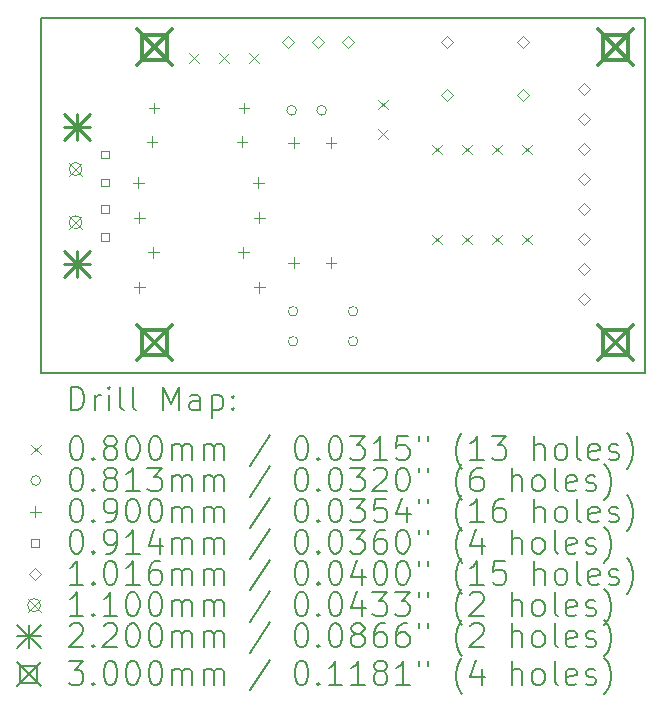
<source format=gbr>
%FSLAX45Y45*%
G04 Gerber Fmt 4.5, Leading zero omitted, Abs format (unit mm)*
G04 Created by KiCad (PCBNEW 5.99.0-unknown-d4461f6c5~91~ubuntu20.04.1) date 2020-09-15 15:23:29*
%MOMM*%
%LPD*%
G01*
G04 APERTURE LIST*
%TA.AperFunction,Profile*%
%ADD10C,0.150000*%
%TD*%
%ADD11C,0.200000*%
%ADD12C,0.080000*%
%ADD13C,0.081280*%
%ADD14C,0.090000*%
%ADD15C,0.091440*%
%ADD16C,0.101600*%
%ADD17C,0.110000*%
%ADD18C,0.220000*%
%ADD19C,0.300000*%
G04 APERTURE END LIST*
D10*
X17403485Y-12001860D02*
X17403485Y-8998860D01*
X12296735Y-8998860D02*
X12296735Y-12001860D01*
X17403485Y-8998860D02*
X12296735Y-8998860D01*
X12296735Y-12001860D02*
X17403485Y-12001860D01*
D11*
D12*
X15149200Y-9688200D02*
X15229200Y-9768200D01*
X15229200Y-9688200D02*
X15149200Y-9768200D01*
X15149200Y-9938200D02*
X15229200Y-10018200D01*
X15229200Y-9938200D02*
X15149200Y-10018200D01*
X15606400Y-10069200D02*
X15686400Y-10149200D01*
X15686400Y-10069200D02*
X15606400Y-10149200D01*
X15606400Y-10831200D02*
X15686400Y-10911200D01*
X15686400Y-10831200D02*
X15606400Y-10911200D01*
X15860400Y-10069200D02*
X15940400Y-10149200D01*
X15940400Y-10069200D02*
X15860400Y-10149200D01*
X15860400Y-10831200D02*
X15940400Y-10911200D01*
X15940400Y-10831200D02*
X15860400Y-10911200D01*
X16114400Y-10069200D02*
X16194400Y-10149200D01*
X16194400Y-10069200D02*
X16114400Y-10149200D01*
X16114400Y-10831200D02*
X16194400Y-10911200D01*
X16194400Y-10831200D02*
X16114400Y-10911200D01*
X16368400Y-10069200D02*
X16448400Y-10149200D01*
X16448400Y-10069200D02*
X16368400Y-10149200D01*
X16368400Y-10831200D02*
X16448400Y-10911200D01*
X16448400Y-10831200D02*
X16368400Y-10911200D01*
X13549000Y-9294500D02*
X13629000Y-9374500D01*
X13629000Y-9294500D02*
X13549000Y-9374500D01*
X13803000Y-9294500D02*
X13883000Y-9374500D01*
X13883000Y-9294500D02*
X13803000Y-9374500D01*
X14057000Y-9294500D02*
X14137000Y-9374500D01*
X14137000Y-9294500D02*
X14057000Y-9374500D01*
D13*
X14975840Y-11480800D02*
G75*
G03*
X14975840Y-11480800I-40640J0D01*
G01*
X14975840Y-11734800D02*
G75*
G03*
X14975840Y-11734800I-40640J0D01*
G01*
X14455140Y-9779000D02*
G75*
G03*
X14455140Y-9779000I-40640J0D01*
G01*
X14709140Y-9779000D02*
G75*
G03*
X14709140Y-9779000I-40640J0D01*
G01*
X14467840Y-11480800D02*
G75*
G03*
X14467840Y-11480800I-40640J0D01*
G01*
X14467840Y-11734800D02*
G75*
G03*
X14467840Y-11734800I-40640J0D01*
G01*
D14*
X13124485Y-11232600D02*
X13124485Y-11322600D01*
X13079485Y-11277600D02*
X13169485Y-11277600D01*
X14140485Y-11232600D02*
X14140485Y-11322600D01*
X14095485Y-11277600D02*
X14185485Y-11277600D01*
X13124485Y-10644310D02*
X13124485Y-10734310D01*
X13079485Y-10689310D02*
X13169485Y-10689310D01*
X14140485Y-10644310D02*
X14140485Y-10734310D01*
X14095485Y-10689310D02*
X14185485Y-10689310D01*
X14432085Y-10009310D02*
X14432085Y-10099310D01*
X14387085Y-10054310D02*
X14477085Y-10054310D01*
X14432085Y-11025310D02*
X14432085Y-11115310D01*
X14387085Y-11070310D02*
X14477085Y-11070310D01*
X13233685Y-10000210D02*
X13233685Y-10090210D01*
X13188685Y-10045210D02*
X13278685Y-10045210D01*
X13995685Y-10000210D02*
X13995685Y-10090210D01*
X13950685Y-10045210D02*
X14040685Y-10045210D01*
X13118235Y-10347810D02*
X13118235Y-10437810D01*
X13073235Y-10392810D02*
X13163235Y-10392810D01*
X14134235Y-10347810D02*
X14134235Y-10437810D01*
X14089235Y-10392810D02*
X14179235Y-10392810D01*
X13250645Y-9716050D02*
X13250645Y-9806050D01*
X13205645Y-9761050D02*
X13295645Y-9761050D01*
X14012645Y-9716050D02*
X14012645Y-9806050D01*
X13967645Y-9761050D02*
X14057645Y-9761050D01*
X13243585Y-10936410D02*
X13243585Y-11026410D01*
X13198585Y-10981410D02*
X13288585Y-10981410D01*
X14005585Y-10936410D02*
X14005585Y-11026410D01*
X13960585Y-10981410D02*
X14050585Y-10981410D01*
X14748585Y-10009310D02*
X14748585Y-10099310D01*
X14703585Y-10054310D02*
X14793585Y-10054310D01*
X14748585Y-11025310D02*
X14748585Y-11115310D01*
X14703585Y-11070310D02*
X14793585Y-11070310D01*
D15*
X12867564Y-10184189D02*
X12867564Y-10119531D01*
X12802906Y-10119531D01*
X12802906Y-10184189D01*
X12867564Y-10184189D01*
X12867564Y-10421489D02*
X12867564Y-10356831D01*
X12802906Y-10356831D01*
X12802906Y-10421489D01*
X12867564Y-10421489D01*
X12867564Y-10646889D02*
X12867564Y-10582231D01*
X12802906Y-10582231D01*
X12802906Y-10646889D01*
X12867564Y-10646889D01*
X12867564Y-10884189D02*
X12867564Y-10819531D01*
X12802906Y-10819531D01*
X12802906Y-10884189D01*
X12867564Y-10884189D01*
D16*
X14381235Y-9248410D02*
X14432035Y-9197610D01*
X14381235Y-9146810D01*
X14330435Y-9197610D01*
X14381235Y-9248410D01*
X14635235Y-9248410D02*
X14686035Y-9197610D01*
X14635235Y-9146810D01*
X14584435Y-9197610D01*
X14635235Y-9248410D01*
X14889235Y-9248410D02*
X14940035Y-9197610D01*
X14889235Y-9146810D01*
X14838435Y-9197610D01*
X14889235Y-9248410D01*
X16887985Y-9648910D02*
X16938785Y-9598110D01*
X16887985Y-9547310D01*
X16837185Y-9598110D01*
X16887985Y-9648910D01*
X16887985Y-9902910D02*
X16938785Y-9852110D01*
X16887985Y-9801310D01*
X16837185Y-9852110D01*
X16887985Y-9902910D01*
X16887985Y-10156910D02*
X16938785Y-10106110D01*
X16887985Y-10055310D01*
X16837185Y-10106110D01*
X16887985Y-10156910D01*
X16887985Y-10410910D02*
X16938785Y-10360110D01*
X16887985Y-10309310D01*
X16837185Y-10360110D01*
X16887985Y-10410910D01*
X16887985Y-10664910D02*
X16938785Y-10614110D01*
X16887985Y-10563310D01*
X16837185Y-10614110D01*
X16887985Y-10664910D01*
X16887985Y-10918910D02*
X16938785Y-10868110D01*
X16887985Y-10817310D01*
X16837185Y-10868110D01*
X16887985Y-10918910D01*
X16887985Y-11172910D02*
X16938785Y-11122110D01*
X16887985Y-11071310D01*
X16837185Y-11122110D01*
X16887985Y-11172910D01*
X16887985Y-11426910D02*
X16938785Y-11376110D01*
X16887985Y-11325310D01*
X16837185Y-11376110D01*
X16887985Y-11426910D01*
X15727680Y-9248140D02*
X15778480Y-9197340D01*
X15727680Y-9146540D01*
X15676880Y-9197340D01*
X15727680Y-9248140D01*
X15727680Y-9700260D02*
X15778480Y-9649460D01*
X15727680Y-9598660D01*
X15676880Y-9649460D01*
X15727680Y-9700260D01*
X16377920Y-9248140D02*
X16428720Y-9197340D01*
X16377920Y-9146540D01*
X16327120Y-9197340D01*
X16377920Y-9248140D01*
X16377920Y-9700260D02*
X16428720Y-9649460D01*
X16377920Y-9598660D01*
X16327120Y-9649460D01*
X16377920Y-9700260D01*
D17*
X12530235Y-10221860D02*
X12640235Y-10331860D01*
X12640235Y-10221860D02*
X12530235Y-10331860D01*
X12640235Y-10276860D02*
G75*
G03*
X12640235Y-10276860I-55000J0D01*
G01*
X12530235Y-10671860D02*
X12640235Y-10781860D01*
X12640235Y-10671860D02*
X12530235Y-10781860D01*
X12640235Y-10726860D02*
G75*
G03*
X12640235Y-10726860I-55000J0D01*
G01*
D18*
X12485235Y-9811860D02*
X12705235Y-10031860D01*
X12705235Y-9811860D02*
X12485235Y-10031860D01*
X12595235Y-9811860D02*
X12595235Y-10031860D01*
X12485235Y-9921860D02*
X12705235Y-9921860D01*
X12485235Y-10971860D02*
X12705235Y-11191860D01*
X12705235Y-10971860D02*
X12485235Y-11191860D01*
X12595235Y-10971860D02*
X12595235Y-11191860D01*
X12485235Y-11081860D02*
X12705235Y-11081860D01*
D19*
X17006235Y-9093610D02*
X17306235Y-9393610D01*
X17306235Y-9093610D02*
X17006235Y-9393610D01*
X17262302Y-9349677D02*
X17262302Y-9137543D01*
X17050168Y-9137543D01*
X17050168Y-9349677D01*
X17262302Y-9349677D01*
X17006235Y-11593610D02*
X17306235Y-11893610D01*
X17306235Y-11593610D02*
X17006235Y-11893610D01*
X17262302Y-11849677D02*
X17262302Y-11637543D01*
X17050168Y-11637543D01*
X17050168Y-11849677D01*
X17262302Y-11849677D01*
X13106235Y-11593610D02*
X13406235Y-11893610D01*
X13406235Y-11593610D02*
X13106235Y-11893610D01*
X13362302Y-11849677D02*
X13362302Y-11637543D01*
X13150168Y-11637543D01*
X13150168Y-11849677D01*
X13362302Y-11849677D01*
X13106235Y-9093610D02*
X13406235Y-9393610D01*
X13406235Y-9093610D02*
X13106235Y-9393610D01*
X13362302Y-9349677D02*
X13362302Y-9137543D01*
X13150168Y-9137543D01*
X13150168Y-9349677D01*
X13362302Y-9349677D01*
D11*
X12546854Y-12319836D02*
X12546854Y-12119836D01*
X12594473Y-12119836D01*
X12623044Y-12129360D01*
X12642092Y-12148408D01*
X12651616Y-12167455D01*
X12661140Y-12205550D01*
X12661140Y-12234122D01*
X12651616Y-12272217D01*
X12642092Y-12291265D01*
X12623044Y-12310312D01*
X12594473Y-12319836D01*
X12546854Y-12319836D01*
X12746854Y-12319836D02*
X12746854Y-12186503D01*
X12746854Y-12224598D02*
X12756378Y-12205550D01*
X12765901Y-12196027D01*
X12784949Y-12186503D01*
X12803997Y-12186503D01*
X12870663Y-12319836D02*
X12870663Y-12186503D01*
X12870663Y-12119836D02*
X12861140Y-12129360D01*
X12870663Y-12138884D01*
X12880187Y-12129360D01*
X12870663Y-12119836D01*
X12870663Y-12138884D01*
X12994473Y-12319836D02*
X12975425Y-12310312D01*
X12965901Y-12291265D01*
X12965901Y-12119836D01*
X13099235Y-12319836D02*
X13080187Y-12310312D01*
X13070663Y-12291265D01*
X13070663Y-12119836D01*
X13327806Y-12319836D02*
X13327806Y-12119836D01*
X13394473Y-12262693D01*
X13461140Y-12119836D01*
X13461140Y-12319836D01*
X13642092Y-12319836D02*
X13642092Y-12215074D01*
X13632568Y-12196027D01*
X13613521Y-12186503D01*
X13575425Y-12186503D01*
X13556378Y-12196027D01*
X13642092Y-12310312D02*
X13623044Y-12319836D01*
X13575425Y-12319836D01*
X13556378Y-12310312D01*
X13546854Y-12291265D01*
X13546854Y-12272217D01*
X13556378Y-12253170D01*
X13575425Y-12243646D01*
X13623044Y-12243646D01*
X13642092Y-12234122D01*
X13737330Y-12186503D02*
X13737330Y-12386503D01*
X13737330Y-12196027D02*
X13756378Y-12186503D01*
X13794473Y-12186503D01*
X13813521Y-12196027D01*
X13823044Y-12205550D01*
X13832568Y-12224598D01*
X13832568Y-12281741D01*
X13823044Y-12300789D01*
X13813521Y-12310312D01*
X13794473Y-12319836D01*
X13756378Y-12319836D01*
X13737330Y-12310312D01*
X13918282Y-12300789D02*
X13927806Y-12310312D01*
X13918282Y-12319836D01*
X13908759Y-12310312D01*
X13918282Y-12300789D01*
X13918282Y-12319836D01*
X13918282Y-12196027D02*
X13927806Y-12205550D01*
X13918282Y-12215074D01*
X13908759Y-12205550D01*
X13918282Y-12196027D01*
X13918282Y-12215074D01*
D12*
X12209235Y-12609360D02*
X12289235Y-12689360D01*
X12289235Y-12609360D02*
X12209235Y-12689360D01*
D11*
X12584949Y-12539836D02*
X12603997Y-12539836D01*
X12623044Y-12549360D01*
X12632568Y-12558884D01*
X12642092Y-12577931D01*
X12651616Y-12616027D01*
X12651616Y-12663646D01*
X12642092Y-12701741D01*
X12632568Y-12720789D01*
X12623044Y-12730312D01*
X12603997Y-12739836D01*
X12584949Y-12739836D01*
X12565901Y-12730312D01*
X12556378Y-12720789D01*
X12546854Y-12701741D01*
X12537330Y-12663646D01*
X12537330Y-12616027D01*
X12546854Y-12577931D01*
X12556378Y-12558884D01*
X12565901Y-12549360D01*
X12584949Y-12539836D01*
X12737330Y-12720789D02*
X12746854Y-12730312D01*
X12737330Y-12739836D01*
X12727806Y-12730312D01*
X12737330Y-12720789D01*
X12737330Y-12739836D01*
X12861140Y-12625550D02*
X12842092Y-12616027D01*
X12832568Y-12606503D01*
X12823044Y-12587455D01*
X12823044Y-12577931D01*
X12832568Y-12558884D01*
X12842092Y-12549360D01*
X12861140Y-12539836D01*
X12899235Y-12539836D01*
X12918282Y-12549360D01*
X12927806Y-12558884D01*
X12937330Y-12577931D01*
X12937330Y-12587455D01*
X12927806Y-12606503D01*
X12918282Y-12616027D01*
X12899235Y-12625550D01*
X12861140Y-12625550D01*
X12842092Y-12635074D01*
X12832568Y-12644598D01*
X12823044Y-12663646D01*
X12823044Y-12701741D01*
X12832568Y-12720789D01*
X12842092Y-12730312D01*
X12861140Y-12739836D01*
X12899235Y-12739836D01*
X12918282Y-12730312D01*
X12927806Y-12720789D01*
X12937330Y-12701741D01*
X12937330Y-12663646D01*
X12927806Y-12644598D01*
X12918282Y-12635074D01*
X12899235Y-12625550D01*
X13061140Y-12539836D02*
X13080187Y-12539836D01*
X13099235Y-12549360D01*
X13108759Y-12558884D01*
X13118282Y-12577931D01*
X13127806Y-12616027D01*
X13127806Y-12663646D01*
X13118282Y-12701741D01*
X13108759Y-12720789D01*
X13099235Y-12730312D01*
X13080187Y-12739836D01*
X13061140Y-12739836D01*
X13042092Y-12730312D01*
X13032568Y-12720789D01*
X13023044Y-12701741D01*
X13013521Y-12663646D01*
X13013521Y-12616027D01*
X13023044Y-12577931D01*
X13032568Y-12558884D01*
X13042092Y-12549360D01*
X13061140Y-12539836D01*
X13251616Y-12539836D02*
X13270663Y-12539836D01*
X13289711Y-12549360D01*
X13299235Y-12558884D01*
X13308759Y-12577931D01*
X13318282Y-12616027D01*
X13318282Y-12663646D01*
X13308759Y-12701741D01*
X13299235Y-12720789D01*
X13289711Y-12730312D01*
X13270663Y-12739836D01*
X13251616Y-12739836D01*
X13232568Y-12730312D01*
X13223044Y-12720789D01*
X13213521Y-12701741D01*
X13203997Y-12663646D01*
X13203997Y-12616027D01*
X13213521Y-12577931D01*
X13223044Y-12558884D01*
X13232568Y-12549360D01*
X13251616Y-12539836D01*
X13403997Y-12739836D02*
X13403997Y-12606503D01*
X13403997Y-12625550D02*
X13413521Y-12616027D01*
X13432568Y-12606503D01*
X13461140Y-12606503D01*
X13480187Y-12616027D01*
X13489711Y-12635074D01*
X13489711Y-12739836D01*
X13489711Y-12635074D02*
X13499235Y-12616027D01*
X13518282Y-12606503D01*
X13546854Y-12606503D01*
X13565901Y-12616027D01*
X13575425Y-12635074D01*
X13575425Y-12739836D01*
X13670663Y-12739836D02*
X13670663Y-12606503D01*
X13670663Y-12625550D02*
X13680187Y-12616027D01*
X13699235Y-12606503D01*
X13727806Y-12606503D01*
X13746854Y-12616027D01*
X13756378Y-12635074D01*
X13756378Y-12739836D01*
X13756378Y-12635074D02*
X13765901Y-12616027D01*
X13784949Y-12606503D01*
X13813521Y-12606503D01*
X13832568Y-12616027D01*
X13842092Y-12635074D01*
X13842092Y-12739836D01*
X14232568Y-12530312D02*
X14061140Y-12787455D01*
X14489711Y-12539836D02*
X14508759Y-12539836D01*
X14527806Y-12549360D01*
X14537330Y-12558884D01*
X14546854Y-12577931D01*
X14556378Y-12616027D01*
X14556378Y-12663646D01*
X14546854Y-12701741D01*
X14537330Y-12720789D01*
X14527806Y-12730312D01*
X14508759Y-12739836D01*
X14489711Y-12739836D01*
X14470663Y-12730312D01*
X14461140Y-12720789D01*
X14451616Y-12701741D01*
X14442092Y-12663646D01*
X14442092Y-12616027D01*
X14451616Y-12577931D01*
X14461140Y-12558884D01*
X14470663Y-12549360D01*
X14489711Y-12539836D01*
X14642092Y-12720789D02*
X14651616Y-12730312D01*
X14642092Y-12739836D01*
X14632568Y-12730312D01*
X14642092Y-12720789D01*
X14642092Y-12739836D01*
X14775425Y-12539836D02*
X14794473Y-12539836D01*
X14813521Y-12549360D01*
X14823044Y-12558884D01*
X14832568Y-12577931D01*
X14842092Y-12616027D01*
X14842092Y-12663646D01*
X14832568Y-12701741D01*
X14823044Y-12720789D01*
X14813521Y-12730312D01*
X14794473Y-12739836D01*
X14775425Y-12739836D01*
X14756378Y-12730312D01*
X14746854Y-12720789D01*
X14737330Y-12701741D01*
X14727806Y-12663646D01*
X14727806Y-12616027D01*
X14737330Y-12577931D01*
X14746854Y-12558884D01*
X14756378Y-12549360D01*
X14775425Y-12539836D01*
X14908759Y-12539836D02*
X15032568Y-12539836D01*
X14965901Y-12616027D01*
X14994473Y-12616027D01*
X15013521Y-12625550D01*
X15023044Y-12635074D01*
X15032568Y-12654122D01*
X15032568Y-12701741D01*
X15023044Y-12720789D01*
X15013521Y-12730312D01*
X14994473Y-12739836D01*
X14937330Y-12739836D01*
X14918282Y-12730312D01*
X14908759Y-12720789D01*
X15223044Y-12739836D02*
X15108759Y-12739836D01*
X15165901Y-12739836D02*
X15165901Y-12539836D01*
X15146854Y-12568408D01*
X15127806Y-12587455D01*
X15108759Y-12596979D01*
X15403997Y-12539836D02*
X15308759Y-12539836D01*
X15299235Y-12635074D01*
X15308759Y-12625550D01*
X15327806Y-12616027D01*
X15375425Y-12616027D01*
X15394473Y-12625550D01*
X15403997Y-12635074D01*
X15413521Y-12654122D01*
X15413521Y-12701741D01*
X15403997Y-12720789D01*
X15394473Y-12730312D01*
X15375425Y-12739836D01*
X15327806Y-12739836D01*
X15308759Y-12730312D01*
X15299235Y-12720789D01*
X15489711Y-12539836D02*
X15489711Y-12577931D01*
X15565901Y-12539836D02*
X15565901Y-12577931D01*
X15861140Y-12816027D02*
X15851616Y-12806503D01*
X15832568Y-12777931D01*
X15823044Y-12758884D01*
X15813521Y-12730312D01*
X15803997Y-12682693D01*
X15803997Y-12644598D01*
X15813521Y-12596979D01*
X15823044Y-12568408D01*
X15832568Y-12549360D01*
X15851616Y-12520789D01*
X15861140Y-12511265D01*
X16042092Y-12739836D02*
X15927806Y-12739836D01*
X15984949Y-12739836D02*
X15984949Y-12539836D01*
X15965901Y-12568408D01*
X15946854Y-12587455D01*
X15927806Y-12596979D01*
X16108759Y-12539836D02*
X16232568Y-12539836D01*
X16165901Y-12616027D01*
X16194473Y-12616027D01*
X16213521Y-12625550D01*
X16223044Y-12635074D01*
X16232568Y-12654122D01*
X16232568Y-12701741D01*
X16223044Y-12720789D01*
X16213521Y-12730312D01*
X16194473Y-12739836D01*
X16137330Y-12739836D01*
X16118282Y-12730312D01*
X16108759Y-12720789D01*
X16470663Y-12739836D02*
X16470663Y-12539836D01*
X16556378Y-12739836D02*
X16556378Y-12635074D01*
X16546854Y-12616027D01*
X16527806Y-12606503D01*
X16499235Y-12606503D01*
X16480187Y-12616027D01*
X16470663Y-12625550D01*
X16680187Y-12739836D02*
X16661140Y-12730312D01*
X16651616Y-12720789D01*
X16642092Y-12701741D01*
X16642092Y-12644598D01*
X16651616Y-12625550D01*
X16661140Y-12616027D01*
X16680187Y-12606503D01*
X16708759Y-12606503D01*
X16727806Y-12616027D01*
X16737330Y-12625550D01*
X16746854Y-12644598D01*
X16746854Y-12701741D01*
X16737330Y-12720789D01*
X16727806Y-12730312D01*
X16708759Y-12739836D01*
X16680187Y-12739836D01*
X16861140Y-12739836D02*
X16842092Y-12730312D01*
X16832568Y-12711265D01*
X16832568Y-12539836D01*
X17013521Y-12730312D02*
X16994473Y-12739836D01*
X16956378Y-12739836D01*
X16937330Y-12730312D01*
X16927806Y-12711265D01*
X16927806Y-12635074D01*
X16937330Y-12616027D01*
X16956378Y-12606503D01*
X16994473Y-12606503D01*
X17013521Y-12616027D01*
X17023044Y-12635074D01*
X17023044Y-12654122D01*
X16927806Y-12673170D01*
X17099235Y-12730312D02*
X17118283Y-12739836D01*
X17156378Y-12739836D01*
X17175425Y-12730312D01*
X17184949Y-12711265D01*
X17184949Y-12701741D01*
X17175425Y-12682693D01*
X17156378Y-12673170D01*
X17127806Y-12673170D01*
X17108759Y-12663646D01*
X17099235Y-12644598D01*
X17099235Y-12635074D01*
X17108759Y-12616027D01*
X17127806Y-12606503D01*
X17156378Y-12606503D01*
X17175425Y-12616027D01*
X17251616Y-12816027D02*
X17261140Y-12806503D01*
X17280187Y-12777931D01*
X17289711Y-12758884D01*
X17299235Y-12730312D01*
X17308759Y-12682693D01*
X17308759Y-12644598D01*
X17299235Y-12596979D01*
X17289711Y-12568408D01*
X17280187Y-12549360D01*
X17261140Y-12520789D01*
X17251616Y-12511265D01*
D13*
X12289235Y-12913360D02*
G75*
G03*
X12289235Y-12913360I-40640J0D01*
G01*
D11*
X12584949Y-12803836D02*
X12603997Y-12803836D01*
X12623044Y-12813360D01*
X12632568Y-12822884D01*
X12642092Y-12841931D01*
X12651616Y-12880027D01*
X12651616Y-12927646D01*
X12642092Y-12965741D01*
X12632568Y-12984789D01*
X12623044Y-12994312D01*
X12603997Y-13003836D01*
X12584949Y-13003836D01*
X12565901Y-12994312D01*
X12556378Y-12984789D01*
X12546854Y-12965741D01*
X12537330Y-12927646D01*
X12537330Y-12880027D01*
X12546854Y-12841931D01*
X12556378Y-12822884D01*
X12565901Y-12813360D01*
X12584949Y-12803836D01*
X12737330Y-12984789D02*
X12746854Y-12994312D01*
X12737330Y-13003836D01*
X12727806Y-12994312D01*
X12737330Y-12984789D01*
X12737330Y-13003836D01*
X12861140Y-12889550D02*
X12842092Y-12880027D01*
X12832568Y-12870503D01*
X12823044Y-12851455D01*
X12823044Y-12841931D01*
X12832568Y-12822884D01*
X12842092Y-12813360D01*
X12861140Y-12803836D01*
X12899235Y-12803836D01*
X12918282Y-12813360D01*
X12927806Y-12822884D01*
X12937330Y-12841931D01*
X12937330Y-12851455D01*
X12927806Y-12870503D01*
X12918282Y-12880027D01*
X12899235Y-12889550D01*
X12861140Y-12889550D01*
X12842092Y-12899074D01*
X12832568Y-12908598D01*
X12823044Y-12927646D01*
X12823044Y-12965741D01*
X12832568Y-12984789D01*
X12842092Y-12994312D01*
X12861140Y-13003836D01*
X12899235Y-13003836D01*
X12918282Y-12994312D01*
X12927806Y-12984789D01*
X12937330Y-12965741D01*
X12937330Y-12927646D01*
X12927806Y-12908598D01*
X12918282Y-12899074D01*
X12899235Y-12889550D01*
X13127806Y-13003836D02*
X13013521Y-13003836D01*
X13070663Y-13003836D02*
X13070663Y-12803836D01*
X13051616Y-12832408D01*
X13032568Y-12851455D01*
X13013521Y-12860979D01*
X13194473Y-12803836D02*
X13318282Y-12803836D01*
X13251616Y-12880027D01*
X13280187Y-12880027D01*
X13299235Y-12889550D01*
X13308759Y-12899074D01*
X13318282Y-12918122D01*
X13318282Y-12965741D01*
X13308759Y-12984789D01*
X13299235Y-12994312D01*
X13280187Y-13003836D01*
X13223044Y-13003836D01*
X13203997Y-12994312D01*
X13194473Y-12984789D01*
X13403997Y-13003836D02*
X13403997Y-12870503D01*
X13403997Y-12889550D02*
X13413521Y-12880027D01*
X13432568Y-12870503D01*
X13461140Y-12870503D01*
X13480187Y-12880027D01*
X13489711Y-12899074D01*
X13489711Y-13003836D01*
X13489711Y-12899074D02*
X13499235Y-12880027D01*
X13518282Y-12870503D01*
X13546854Y-12870503D01*
X13565901Y-12880027D01*
X13575425Y-12899074D01*
X13575425Y-13003836D01*
X13670663Y-13003836D02*
X13670663Y-12870503D01*
X13670663Y-12889550D02*
X13680187Y-12880027D01*
X13699235Y-12870503D01*
X13727806Y-12870503D01*
X13746854Y-12880027D01*
X13756378Y-12899074D01*
X13756378Y-13003836D01*
X13756378Y-12899074D02*
X13765901Y-12880027D01*
X13784949Y-12870503D01*
X13813521Y-12870503D01*
X13832568Y-12880027D01*
X13842092Y-12899074D01*
X13842092Y-13003836D01*
X14232568Y-12794312D02*
X14061140Y-13051455D01*
X14489711Y-12803836D02*
X14508759Y-12803836D01*
X14527806Y-12813360D01*
X14537330Y-12822884D01*
X14546854Y-12841931D01*
X14556378Y-12880027D01*
X14556378Y-12927646D01*
X14546854Y-12965741D01*
X14537330Y-12984789D01*
X14527806Y-12994312D01*
X14508759Y-13003836D01*
X14489711Y-13003836D01*
X14470663Y-12994312D01*
X14461140Y-12984789D01*
X14451616Y-12965741D01*
X14442092Y-12927646D01*
X14442092Y-12880027D01*
X14451616Y-12841931D01*
X14461140Y-12822884D01*
X14470663Y-12813360D01*
X14489711Y-12803836D01*
X14642092Y-12984789D02*
X14651616Y-12994312D01*
X14642092Y-13003836D01*
X14632568Y-12994312D01*
X14642092Y-12984789D01*
X14642092Y-13003836D01*
X14775425Y-12803836D02*
X14794473Y-12803836D01*
X14813521Y-12813360D01*
X14823044Y-12822884D01*
X14832568Y-12841931D01*
X14842092Y-12880027D01*
X14842092Y-12927646D01*
X14832568Y-12965741D01*
X14823044Y-12984789D01*
X14813521Y-12994312D01*
X14794473Y-13003836D01*
X14775425Y-13003836D01*
X14756378Y-12994312D01*
X14746854Y-12984789D01*
X14737330Y-12965741D01*
X14727806Y-12927646D01*
X14727806Y-12880027D01*
X14737330Y-12841931D01*
X14746854Y-12822884D01*
X14756378Y-12813360D01*
X14775425Y-12803836D01*
X14908759Y-12803836D02*
X15032568Y-12803836D01*
X14965901Y-12880027D01*
X14994473Y-12880027D01*
X15013521Y-12889550D01*
X15023044Y-12899074D01*
X15032568Y-12918122D01*
X15032568Y-12965741D01*
X15023044Y-12984789D01*
X15013521Y-12994312D01*
X14994473Y-13003836D01*
X14937330Y-13003836D01*
X14918282Y-12994312D01*
X14908759Y-12984789D01*
X15108759Y-12822884D02*
X15118282Y-12813360D01*
X15137330Y-12803836D01*
X15184949Y-12803836D01*
X15203997Y-12813360D01*
X15213521Y-12822884D01*
X15223044Y-12841931D01*
X15223044Y-12860979D01*
X15213521Y-12889550D01*
X15099235Y-13003836D01*
X15223044Y-13003836D01*
X15346854Y-12803836D02*
X15365901Y-12803836D01*
X15384949Y-12813360D01*
X15394473Y-12822884D01*
X15403997Y-12841931D01*
X15413521Y-12880027D01*
X15413521Y-12927646D01*
X15403997Y-12965741D01*
X15394473Y-12984789D01*
X15384949Y-12994312D01*
X15365901Y-13003836D01*
X15346854Y-13003836D01*
X15327806Y-12994312D01*
X15318282Y-12984789D01*
X15308759Y-12965741D01*
X15299235Y-12927646D01*
X15299235Y-12880027D01*
X15308759Y-12841931D01*
X15318282Y-12822884D01*
X15327806Y-12813360D01*
X15346854Y-12803836D01*
X15489711Y-12803836D02*
X15489711Y-12841931D01*
X15565901Y-12803836D02*
X15565901Y-12841931D01*
X15861140Y-13080027D02*
X15851616Y-13070503D01*
X15832568Y-13041931D01*
X15823044Y-13022884D01*
X15813521Y-12994312D01*
X15803997Y-12946693D01*
X15803997Y-12908598D01*
X15813521Y-12860979D01*
X15823044Y-12832408D01*
X15832568Y-12813360D01*
X15851616Y-12784789D01*
X15861140Y-12775265D01*
X16023044Y-12803836D02*
X15984949Y-12803836D01*
X15965901Y-12813360D01*
X15956378Y-12822884D01*
X15937330Y-12851455D01*
X15927806Y-12889550D01*
X15927806Y-12965741D01*
X15937330Y-12984789D01*
X15946854Y-12994312D01*
X15965901Y-13003836D01*
X16003997Y-13003836D01*
X16023044Y-12994312D01*
X16032568Y-12984789D01*
X16042092Y-12965741D01*
X16042092Y-12918122D01*
X16032568Y-12899074D01*
X16023044Y-12889550D01*
X16003997Y-12880027D01*
X15965901Y-12880027D01*
X15946854Y-12889550D01*
X15937330Y-12899074D01*
X15927806Y-12918122D01*
X16280187Y-13003836D02*
X16280187Y-12803836D01*
X16365901Y-13003836D02*
X16365901Y-12899074D01*
X16356378Y-12880027D01*
X16337330Y-12870503D01*
X16308759Y-12870503D01*
X16289711Y-12880027D01*
X16280187Y-12889550D01*
X16489711Y-13003836D02*
X16470663Y-12994312D01*
X16461140Y-12984789D01*
X16451616Y-12965741D01*
X16451616Y-12908598D01*
X16461140Y-12889550D01*
X16470663Y-12880027D01*
X16489711Y-12870503D01*
X16518282Y-12870503D01*
X16537330Y-12880027D01*
X16546854Y-12889550D01*
X16556378Y-12908598D01*
X16556378Y-12965741D01*
X16546854Y-12984789D01*
X16537330Y-12994312D01*
X16518282Y-13003836D01*
X16489711Y-13003836D01*
X16670663Y-13003836D02*
X16651616Y-12994312D01*
X16642092Y-12975265D01*
X16642092Y-12803836D01*
X16823044Y-12994312D02*
X16803997Y-13003836D01*
X16765901Y-13003836D01*
X16746854Y-12994312D01*
X16737330Y-12975265D01*
X16737330Y-12899074D01*
X16746854Y-12880027D01*
X16765901Y-12870503D01*
X16803997Y-12870503D01*
X16823044Y-12880027D01*
X16832568Y-12899074D01*
X16832568Y-12918122D01*
X16737330Y-12937170D01*
X16908759Y-12994312D02*
X16927806Y-13003836D01*
X16965902Y-13003836D01*
X16984949Y-12994312D01*
X16994473Y-12975265D01*
X16994473Y-12965741D01*
X16984949Y-12946693D01*
X16965902Y-12937170D01*
X16937330Y-12937170D01*
X16918283Y-12927646D01*
X16908759Y-12908598D01*
X16908759Y-12899074D01*
X16918283Y-12880027D01*
X16937330Y-12870503D01*
X16965902Y-12870503D01*
X16984949Y-12880027D01*
X17061140Y-13080027D02*
X17070663Y-13070503D01*
X17089711Y-13041931D01*
X17099235Y-13022884D01*
X17108759Y-12994312D01*
X17118283Y-12946693D01*
X17118283Y-12908598D01*
X17108759Y-12860979D01*
X17099235Y-12832408D01*
X17089711Y-12813360D01*
X17070663Y-12784789D01*
X17061140Y-12775265D01*
D14*
X12244235Y-13132360D02*
X12244235Y-13222360D01*
X12199235Y-13177360D02*
X12289235Y-13177360D01*
D11*
X12584949Y-13067836D02*
X12603997Y-13067836D01*
X12623044Y-13077360D01*
X12632568Y-13086884D01*
X12642092Y-13105931D01*
X12651616Y-13144027D01*
X12651616Y-13191646D01*
X12642092Y-13229741D01*
X12632568Y-13248789D01*
X12623044Y-13258312D01*
X12603997Y-13267836D01*
X12584949Y-13267836D01*
X12565901Y-13258312D01*
X12556378Y-13248789D01*
X12546854Y-13229741D01*
X12537330Y-13191646D01*
X12537330Y-13144027D01*
X12546854Y-13105931D01*
X12556378Y-13086884D01*
X12565901Y-13077360D01*
X12584949Y-13067836D01*
X12737330Y-13248789D02*
X12746854Y-13258312D01*
X12737330Y-13267836D01*
X12727806Y-13258312D01*
X12737330Y-13248789D01*
X12737330Y-13267836D01*
X12842092Y-13267836D02*
X12880187Y-13267836D01*
X12899235Y-13258312D01*
X12908759Y-13248789D01*
X12927806Y-13220217D01*
X12937330Y-13182122D01*
X12937330Y-13105931D01*
X12927806Y-13086884D01*
X12918282Y-13077360D01*
X12899235Y-13067836D01*
X12861140Y-13067836D01*
X12842092Y-13077360D01*
X12832568Y-13086884D01*
X12823044Y-13105931D01*
X12823044Y-13153550D01*
X12832568Y-13172598D01*
X12842092Y-13182122D01*
X12861140Y-13191646D01*
X12899235Y-13191646D01*
X12918282Y-13182122D01*
X12927806Y-13172598D01*
X12937330Y-13153550D01*
X13061140Y-13067836D02*
X13080187Y-13067836D01*
X13099235Y-13077360D01*
X13108759Y-13086884D01*
X13118282Y-13105931D01*
X13127806Y-13144027D01*
X13127806Y-13191646D01*
X13118282Y-13229741D01*
X13108759Y-13248789D01*
X13099235Y-13258312D01*
X13080187Y-13267836D01*
X13061140Y-13267836D01*
X13042092Y-13258312D01*
X13032568Y-13248789D01*
X13023044Y-13229741D01*
X13013521Y-13191646D01*
X13013521Y-13144027D01*
X13023044Y-13105931D01*
X13032568Y-13086884D01*
X13042092Y-13077360D01*
X13061140Y-13067836D01*
X13251616Y-13067836D02*
X13270663Y-13067836D01*
X13289711Y-13077360D01*
X13299235Y-13086884D01*
X13308759Y-13105931D01*
X13318282Y-13144027D01*
X13318282Y-13191646D01*
X13308759Y-13229741D01*
X13299235Y-13248789D01*
X13289711Y-13258312D01*
X13270663Y-13267836D01*
X13251616Y-13267836D01*
X13232568Y-13258312D01*
X13223044Y-13248789D01*
X13213521Y-13229741D01*
X13203997Y-13191646D01*
X13203997Y-13144027D01*
X13213521Y-13105931D01*
X13223044Y-13086884D01*
X13232568Y-13077360D01*
X13251616Y-13067836D01*
X13403997Y-13267836D02*
X13403997Y-13134503D01*
X13403997Y-13153550D02*
X13413521Y-13144027D01*
X13432568Y-13134503D01*
X13461140Y-13134503D01*
X13480187Y-13144027D01*
X13489711Y-13163074D01*
X13489711Y-13267836D01*
X13489711Y-13163074D02*
X13499235Y-13144027D01*
X13518282Y-13134503D01*
X13546854Y-13134503D01*
X13565901Y-13144027D01*
X13575425Y-13163074D01*
X13575425Y-13267836D01*
X13670663Y-13267836D02*
X13670663Y-13134503D01*
X13670663Y-13153550D02*
X13680187Y-13144027D01*
X13699235Y-13134503D01*
X13727806Y-13134503D01*
X13746854Y-13144027D01*
X13756378Y-13163074D01*
X13756378Y-13267836D01*
X13756378Y-13163074D02*
X13765901Y-13144027D01*
X13784949Y-13134503D01*
X13813521Y-13134503D01*
X13832568Y-13144027D01*
X13842092Y-13163074D01*
X13842092Y-13267836D01*
X14232568Y-13058312D02*
X14061140Y-13315455D01*
X14489711Y-13067836D02*
X14508759Y-13067836D01*
X14527806Y-13077360D01*
X14537330Y-13086884D01*
X14546854Y-13105931D01*
X14556378Y-13144027D01*
X14556378Y-13191646D01*
X14546854Y-13229741D01*
X14537330Y-13248789D01*
X14527806Y-13258312D01*
X14508759Y-13267836D01*
X14489711Y-13267836D01*
X14470663Y-13258312D01*
X14461140Y-13248789D01*
X14451616Y-13229741D01*
X14442092Y-13191646D01*
X14442092Y-13144027D01*
X14451616Y-13105931D01*
X14461140Y-13086884D01*
X14470663Y-13077360D01*
X14489711Y-13067836D01*
X14642092Y-13248789D02*
X14651616Y-13258312D01*
X14642092Y-13267836D01*
X14632568Y-13258312D01*
X14642092Y-13248789D01*
X14642092Y-13267836D01*
X14775425Y-13067836D02*
X14794473Y-13067836D01*
X14813521Y-13077360D01*
X14823044Y-13086884D01*
X14832568Y-13105931D01*
X14842092Y-13144027D01*
X14842092Y-13191646D01*
X14832568Y-13229741D01*
X14823044Y-13248789D01*
X14813521Y-13258312D01*
X14794473Y-13267836D01*
X14775425Y-13267836D01*
X14756378Y-13258312D01*
X14746854Y-13248789D01*
X14737330Y-13229741D01*
X14727806Y-13191646D01*
X14727806Y-13144027D01*
X14737330Y-13105931D01*
X14746854Y-13086884D01*
X14756378Y-13077360D01*
X14775425Y-13067836D01*
X14908759Y-13067836D02*
X15032568Y-13067836D01*
X14965901Y-13144027D01*
X14994473Y-13144027D01*
X15013521Y-13153550D01*
X15023044Y-13163074D01*
X15032568Y-13182122D01*
X15032568Y-13229741D01*
X15023044Y-13248789D01*
X15013521Y-13258312D01*
X14994473Y-13267836D01*
X14937330Y-13267836D01*
X14918282Y-13258312D01*
X14908759Y-13248789D01*
X15213521Y-13067836D02*
X15118282Y-13067836D01*
X15108759Y-13163074D01*
X15118282Y-13153550D01*
X15137330Y-13144027D01*
X15184949Y-13144027D01*
X15203997Y-13153550D01*
X15213521Y-13163074D01*
X15223044Y-13182122D01*
X15223044Y-13229741D01*
X15213521Y-13248789D01*
X15203997Y-13258312D01*
X15184949Y-13267836D01*
X15137330Y-13267836D01*
X15118282Y-13258312D01*
X15108759Y-13248789D01*
X15394473Y-13134503D02*
X15394473Y-13267836D01*
X15346854Y-13058312D02*
X15299235Y-13201170D01*
X15423044Y-13201170D01*
X15489711Y-13067836D02*
X15489711Y-13105931D01*
X15565901Y-13067836D02*
X15565901Y-13105931D01*
X15861140Y-13344027D02*
X15851616Y-13334503D01*
X15832568Y-13305931D01*
X15823044Y-13286884D01*
X15813521Y-13258312D01*
X15803997Y-13210693D01*
X15803997Y-13172598D01*
X15813521Y-13124979D01*
X15823044Y-13096408D01*
X15832568Y-13077360D01*
X15851616Y-13048789D01*
X15861140Y-13039265D01*
X16042092Y-13267836D02*
X15927806Y-13267836D01*
X15984949Y-13267836D02*
X15984949Y-13067836D01*
X15965901Y-13096408D01*
X15946854Y-13115455D01*
X15927806Y-13124979D01*
X16213521Y-13067836D02*
X16175425Y-13067836D01*
X16156378Y-13077360D01*
X16146854Y-13086884D01*
X16127806Y-13115455D01*
X16118282Y-13153550D01*
X16118282Y-13229741D01*
X16127806Y-13248789D01*
X16137330Y-13258312D01*
X16156378Y-13267836D01*
X16194473Y-13267836D01*
X16213521Y-13258312D01*
X16223044Y-13248789D01*
X16232568Y-13229741D01*
X16232568Y-13182122D01*
X16223044Y-13163074D01*
X16213521Y-13153550D01*
X16194473Y-13144027D01*
X16156378Y-13144027D01*
X16137330Y-13153550D01*
X16127806Y-13163074D01*
X16118282Y-13182122D01*
X16470663Y-13267836D02*
X16470663Y-13067836D01*
X16556378Y-13267836D02*
X16556378Y-13163074D01*
X16546854Y-13144027D01*
X16527806Y-13134503D01*
X16499235Y-13134503D01*
X16480187Y-13144027D01*
X16470663Y-13153550D01*
X16680187Y-13267836D02*
X16661140Y-13258312D01*
X16651616Y-13248789D01*
X16642092Y-13229741D01*
X16642092Y-13172598D01*
X16651616Y-13153550D01*
X16661140Y-13144027D01*
X16680187Y-13134503D01*
X16708759Y-13134503D01*
X16727806Y-13144027D01*
X16737330Y-13153550D01*
X16746854Y-13172598D01*
X16746854Y-13229741D01*
X16737330Y-13248789D01*
X16727806Y-13258312D01*
X16708759Y-13267836D01*
X16680187Y-13267836D01*
X16861140Y-13267836D02*
X16842092Y-13258312D01*
X16832568Y-13239265D01*
X16832568Y-13067836D01*
X17013521Y-13258312D02*
X16994473Y-13267836D01*
X16956378Y-13267836D01*
X16937330Y-13258312D01*
X16927806Y-13239265D01*
X16927806Y-13163074D01*
X16937330Y-13144027D01*
X16956378Y-13134503D01*
X16994473Y-13134503D01*
X17013521Y-13144027D01*
X17023044Y-13163074D01*
X17023044Y-13182122D01*
X16927806Y-13201170D01*
X17099235Y-13258312D02*
X17118283Y-13267836D01*
X17156378Y-13267836D01*
X17175425Y-13258312D01*
X17184949Y-13239265D01*
X17184949Y-13229741D01*
X17175425Y-13210693D01*
X17156378Y-13201170D01*
X17127806Y-13201170D01*
X17108759Y-13191646D01*
X17099235Y-13172598D01*
X17099235Y-13163074D01*
X17108759Y-13144027D01*
X17127806Y-13134503D01*
X17156378Y-13134503D01*
X17175425Y-13144027D01*
X17251616Y-13344027D02*
X17261140Y-13334503D01*
X17280187Y-13305931D01*
X17289711Y-13286884D01*
X17299235Y-13258312D01*
X17308759Y-13210693D01*
X17308759Y-13172598D01*
X17299235Y-13124979D01*
X17289711Y-13096408D01*
X17280187Y-13077360D01*
X17261140Y-13048789D01*
X17251616Y-13039265D01*
D15*
X12275844Y-13473689D02*
X12275844Y-13409031D01*
X12211186Y-13409031D01*
X12211186Y-13473689D01*
X12275844Y-13473689D01*
D11*
X12584949Y-13331836D02*
X12603997Y-13331836D01*
X12623044Y-13341360D01*
X12632568Y-13350884D01*
X12642092Y-13369931D01*
X12651616Y-13408027D01*
X12651616Y-13455646D01*
X12642092Y-13493741D01*
X12632568Y-13512789D01*
X12623044Y-13522312D01*
X12603997Y-13531836D01*
X12584949Y-13531836D01*
X12565901Y-13522312D01*
X12556378Y-13512789D01*
X12546854Y-13493741D01*
X12537330Y-13455646D01*
X12537330Y-13408027D01*
X12546854Y-13369931D01*
X12556378Y-13350884D01*
X12565901Y-13341360D01*
X12584949Y-13331836D01*
X12737330Y-13512789D02*
X12746854Y-13522312D01*
X12737330Y-13531836D01*
X12727806Y-13522312D01*
X12737330Y-13512789D01*
X12737330Y-13531836D01*
X12842092Y-13531836D02*
X12880187Y-13531836D01*
X12899235Y-13522312D01*
X12908759Y-13512789D01*
X12927806Y-13484217D01*
X12937330Y-13446122D01*
X12937330Y-13369931D01*
X12927806Y-13350884D01*
X12918282Y-13341360D01*
X12899235Y-13331836D01*
X12861140Y-13331836D01*
X12842092Y-13341360D01*
X12832568Y-13350884D01*
X12823044Y-13369931D01*
X12823044Y-13417550D01*
X12832568Y-13436598D01*
X12842092Y-13446122D01*
X12861140Y-13455646D01*
X12899235Y-13455646D01*
X12918282Y-13446122D01*
X12927806Y-13436598D01*
X12937330Y-13417550D01*
X13127806Y-13531836D02*
X13013521Y-13531836D01*
X13070663Y-13531836D02*
X13070663Y-13331836D01*
X13051616Y-13360408D01*
X13032568Y-13379455D01*
X13013521Y-13388979D01*
X13299235Y-13398503D02*
X13299235Y-13531836D01*
X13251616Y-13322312D02*
X13203997Y-13465170D01*
X13327806Y-13465170D01*
X13403997Y-13531836D02*
X13403997Y-13398503D01*
X13403997Y-13417550D02*
X13413521Y-13408027D01*
X13432568Y-13398503D01*
X13461140Y-13398503D01*
X13480187Y-13408027D01*
X13489711Y-13427074D01*
X13489711Y-13531836D01*
X13489711Y-13427074D02*
X13499235Y-13408027D01*
X13518282Y-13398503D01*
X13546854Y-13398503D01*
X13565901Y-13408027D01*
X13575425Y-13427074D01*
X13575425Y-13531836D01*
X13670663Y-13531836D02*
X13670663Y-13398503D01*
X13670663Y-13417550D02*
X13680187Y-13408027D01*
X13699235Y-13398503D01*
X13727806Y-13398503D01*
X13746854Y-13408027D01*
X13756378Y-13427074D01*
X13756378Y-13531836D01*
X13756378Y-13427074D02*
X13765901Y-13408027D01*
X13784949Y-13398503D01*
X13813521Y-13398503D01*
X13832568Y-13408027D01*
X13842092Y-13427074D01*
X13842092Y-13531836D01*
X14232568Y-13322312D02*
X14061140Y-13579455D01*
X14489711Y-13331836D02*
X14508759Y-13331836D01*
X14527806Y-13341360D01*
X14537330Y-13350884D01*
X14546854Y-13369931D01*
X14556378Y-13408027D01*
X14556378Y-13455646D01*
X14546854Y-13493741D01*
X14537330Y-13512789D01*
X14527806Y-13522312D01*
X14508759Y-13531836D01*
X14489711Y-13531836D01*
X14470663Y-13522312D01*
X14461140Y-13512789D01*
X14451616Y-13493741D01*
X14442092Y-13455646D01*
X14442092Y-13408027D01*
X14451616Y-13369931D01*
X14461140Y-13350884D01*
X14470663Y-13341360D01*
X14489711Y-13331836D01*
X14642092Y-13512789D02*
X14651616Y-13522312D01*
X14642092Y-13531836D01*
X14632568Y-13522312D01*
X14642092Y-13512789D01*
X14642092Y-13531836D01*
X14775425Y-13331836D02*
X14794473Y-13331836D01*
X14813521Y-13341360D01*
X14823044Y-13350884D01*
X14832568Y-13369931D01*
X14842092Y-13408027D01*
X14842092Y-13455646D01*
X14832568Y-13493741D01*
X14823044Y-13512789D01*
X14813521Y-13522312D01*
X14794473Y-13531836D01*
X14775425Y-13531836D01*
X14756378Y-13522312D01*
X14746854Y-13512789D01*
X14737330Y-13493741D01*
X14727806Y-13455646D01*
X14727806Y-13408027D01*
X14737330Y-13369931D01*
X14746854Y-13350884D01*
X14756378Y-13341360D01*
X14775425Y-13331836D01*
X14908759Y-13331836D02*
X15032568Y-13331836D01*
X14965901Y-13408027D01*
X14994473Y-13408027D01*
X15013521Y-13417550D01*
X15023044Y-13427074D01*
X15032568Y-13446122D01*
X15032568Y-13493741D01*
X15023044Y-13512789D01*
X15013521Y-13522312D01*
X14994473Y-13531836D01*
X14937330Y-13531836D01*
X14918282Y-13522312D01*
X14908759Y-13512789D01*
X15203997Y-13331836D02*
X15165901Y-13331836D01*
X15146854Y-13341360D01*
X15137330Y-13350884D01*
X15118282Y-13379455D01*
X15108759Y-13417550D01*
X15108759Y-13493741D01*
X15118282Y-13512789D01*
X15127806Y-13522312D01*
X15146854Y-13531836D01*
X15184949Y-13531836D01*
X15203997Y-13522312D01*
X15213521Y-13512789D01*
X15223044Y-13493741D01*
X15223044Y-13446122D01*
X15213521Y-13427074D01*
X15203997Y-13417550D01*
X15184949Y-13408027D01*
X15146854Y-13408027D01*
X15127806Y-13417550D01*
X15118282Y-13427074D01*
X15108759Y-13446122D01*
X15346854Y-13331836D02*
X15365901Y-13331836D01*
X15384949Y-13341360D01*
X15394473Y-13350884D01*
X15403997Y-13369931D01*
X15413521Y-13408027D01*
X15413521Y-13455646D01*
X15403997Y-13493741D01*
X15394473Y-13512789D01*
X15384949Y-13522312D01*
X15365901Y-13531836D01*
X15346854Y-13531836D01*
X15327806Y-13522312D01*
X15318282Y-13512789D01*
X15308759Y-13493741D01*
X15299235Y-13455646D01*
X15299235Y-13408027D01*
X15308759Y-13369931D01*
X15318282Y-13350884D01*
X15327806Y-13341360D01*
X15346854Y-13331836D01*
X15489711Y-13331836D02*
X15489711Y-13369931D01*
X15565901Y-13331836D02*
X15565901Y-13369931D01*
X15861140Y-13608027D02*
X15851616Y-13598503D01*
X15832568Y-13569931D01*
X15823044Y-13550884D01*
X15813521Y-13522312D01*
X15803997Y-13474693D01*
X15803997Y-13436598D01*
X15813521Y-13388979D01*
X15823044Y-13360408D01*
X15832568Y-13341360D01*
X15851616Y-13312789D01*
X15861140Y-13303265D01*
X16023044Y-13398503D02*
X16023044Y-13531836D01*
X15975425Y-13322312D02*
X15927806Y-13465170D01*
X16051616Y-13465170D01*
X16280187Y-13531836D02*
X16280187Y-13331836D01*
X16365901Y-13531836D02*
X16365901Y-13427074D01*
X16356378Y-13408027D01*
X16337330Y-13398503D01*
X16308759Y-13398503D01*
X16289711Y-13408027D01*
X16280187Y-13417550D01*
X16489711Y-13531836D02*
X16470663Y-13522312D01*
X16461140Y-13512789D01*
X16451616Y-13493741D01*
X16451616Y-13436598D01*
X16461140Y-13417550D01*
X16470663Y-13408027D01*
X16489711Y-13398503D01*
X16518282Y-13398503D01*
X16537330Y-13408027D01*
X16546854Y-13417550D01*
X16556378Y-13436598D01*
X16556378Y-13493741D01*
X16546854Y-13512789D01*
X16537330Y-13522312D01*
X16518282Y-13531836D01*
X16489711Y-13531836D01*
X16670663Y-13531836D02*
X16651616Y-13522312D01*
X16642092Y-13503265D01*
X16642092Y-13331836D01*
X16823044Y-13522312D02*
X16803997Y-13531836D01*
X16765901Y-13531836D01*
X16746854Y-13522312D01*
X16737330Y-13503265D01*
X16737330Y-13427074D01*
X16746854Y-13408027D01*
X16765901Y-13398503D01*
X16803997Y-13398503D01*
X16823044Y-13408027D01*
X16832568Y-13427074D01*
X16832568Y-13446122D01*
X16737330Y-13465170D01*
X16908759Y-13522312D02*
X16927806Y-13531836D01*
X16965902Y-13531836D01*
X16984949Y-13522312D01*
X16994473Y-13503265D01*
X16994473Y-13493741D01*
X16984949Y-13474693D01*
X16965902Y-13465170D01*
X16937330Y-13465170D01*
X16918283Y-13455646D01*
X16908759Y-13436598D01*
X16908759Y-13427074D01*
X16918283Y-13408027D01*
X16937330Y-13398503D01*
X16965902Y-13398503D01*
X16984949Y-13408027D01*
X17061140Y-13608027D02*
X17070663Y-13598503D01*
X17089711Y-13569931D01*
X17099235Y-13550884D01*
X17108759Y-13522312D01*
X17118283Y-13474693D01*
X17118283Y-13436598D01*
X17108759Y-13388979D01*
X17099235Y-13360408D01*
X17089711Y-13341360D01*
X17070663Y-13312789D01*
X17061140Y-13303265D01*
D16*
X12238435Y-13756160D02*
X12289235Y-13705360D01*
X12238435Y-13654560D01*
X12187635Y-13705360D01*
X12238435Y-13756160D01*
D11*
X12651616Y-13795836D02*
X12537330Y-13795836D01*
X12594473Y-13795836D02*
X12594473Y-13595836D01*
X12575425Y-13624408D01*
X12556378Y-13643455D01*
X12537330Y-13652979D01*
X12737330Y-13776789D02*
X12746854Y-13786312D01*
X12737330Y-13795836D01*
X12727806Y-13786312D01*
X12737330Y-13776789D01*
X12737330Y-13795836D01*
X12870663Y-13595836D02*
X12889711Y-13595836D01*
X12908759Y-13605360D01*
X12918282Y-13614884D01*
X12927806Y-13633931D01*
X12937330Y-13672027D01*
X12937330Y-13719646D01*
X12927806Y-13757741D01*
X12918282Y-13776789D01*
X12908759Y-13786312D01*
X12889711Y-13795836D01*
X12870663Y-13795836D01*
X12851616Y-13786312D01*
X12842092Y-13776789D01*
X12832568Y-13757741D01*
X12823044Y-13719646D01*
X12823044Y-13672027D01*
X12832568Y-13633931D01*
X12842092Y-13614884D01*
X12851616Y-13605360D01*
X12870663Y-13595836D01*
X13127806Y-13795836D02*
X13013521Y-13795836D01*
X13070663Y-13795836D02*
X13070663Y-13595836D01*
X13051616Y-13624408D01*
X13032568Y-13643455D01*
X13013521Y-13652979D01*
X13299235Y-13595836D02*
X13261140Y-13595836D01*
X13242092Y-13605360D01*
X13232568Y-13614884D01*
X13213521Y-13643455D01*
X13203997Y-13681550D01*
X13203997Y-13757741D01*
X13213521Y-13776789D01*
X13223044Y-13786312D01*
X13242092Y-13795836D01*
X13280187Y-13795836D01*
X13299235Y-13786312D01*
X13308759Y-13776789D01*
X13318282Y-13757741D01*
X13318282Y-13710122D01*
X13308759Y-13691074D01*
X13299235Y-13681550D01*
X13280187Y-13672027D01*
X13242092Y-13672027D01*
X13223044Y-13681550D01*
X13213521Y-13691074D01*
X13203997Y-13710122D01*
X13403997Y-13795836D02*
X13403997Y-13662503D01*
X13403997Y-13681550D02*
X13413521Y-13672027D01*
X13432568Y-13662503D01*
X13461140Y-13662503D01*
X13480187Y-13672027D01*
X13489711Y-13691074D01*
X13489711Y-13795836D01*
X13489711Y-13691074D02*
X13499235Y-13672027D01*
X13518282Y-13662503D01*
X13546854Y-13662503D01*
X13565901Y-13672027D01*
X13575425Y-13691074D01*
X13575425Y-13795836D01*
X13670663Y-13795836D02*
X13670663Y-13662503D01*
X13670663Y-13681550D02*
X13680187Y-13672027D01*
X13699235Y-13662503D01*
X13727806Y-13662503D01*
X13746854Y-13672027D01*
X13756378Y-13691074D01*
X13756378Y-13795836D01*
X13756378Y-13691074D02*
X13765901Y-13672027D01*
X13784949Y-13662503D01*
X13813521Y-13662503D01*
X13832568Y-13672027D01*
X13842092Y-13691074D01*
X13842092Y-13795836D01*
X14232568Y-13586312D02*
X14061140Y-13843455D01*
X14489711Y-13595836D02*
X14508759Y-13595836D01*
X14527806Y-13605360D01*
X14537330Y-13614884D01*
X14546854Y-13633931D01*
X14556378Y-13672027D01*
X14556378Y-13719646D01*
X14546854Y-13757741D01*
X14537330Y-13776789D01*
X14527806Y-13786312D01*
X14508759Y-13795836D01*
X14489711Y-13795836D01*
X14470663Y-13786312D01*
X14461140Y-13776789D01*
X14451616Y-13757741D01*
X14442092Y-13719646D01*
X14442092Y-13672027D01*
X14451616Y-13633931D01*
X14461140Y-13614884D01*
X14470663Y-13605360D01*
X14489711Y-13595836D01*
X14642092Y-13776789D02*
X14651616Y-13786312D01*
X14642092Y-13795836D01*
X14632568Y-13786312D01*
X14642092Y-13776789D01*
X14642092Y-13795836D01*
X14775425Y-13595836D02*
X14794473Y-13595836D01*
X14813521Y-13605360D01*
X14823044Y-13614884D01*
X14832568Y-13633931D01*
X14842092Y-13672027D01*
X14842092Y-13719646D01*
X14832568Y-13757741D01*
X14823044Y-13776789D01*
X14813521Y-13786312D01*
X14794473Y-13795836D01*
X14775425Y-13795836D01*
X14756378Y-13786312D01*
X14746854Y-13776789D01*
X14737330Y-13757741D01*
X14727806Y-13719646D01*
X14727806Y-13672027D01*
X14737330Y-13633931D01*
X14746854Y-13614884D01*
X14756378Y-13605360D01*
X14775425Y-13595836D01*
X15013521Y-13662503D02*
X15013521Y-13795836D01*
X14965901Y-13586312D02*
X14918282Y-13729170D01*
X15042092Y-13729170D01*
X15156378Y-13595836D02*
X15175425Y-13595836D01*
X15194473Y-13605360D01*
X15203997Y-13614884D01*
X15213521Y-13633931D01*
X15223044Y-13672027D01*
X15223044Y-13719646D01*
X15213521Y-13757741D01*
X15203997Y-13776789D01*
X15194473Y-13786312D01*
X15175425Y-13795836D01*
X15156378Y-13795836D01*
X15137330Y-13786312D01*
X15127806Y-13776789D01*
X15118282Y-13757741D01*
X15108759Y-13719646D01*
X15108759Y-13672027D01*
X15118282Y-13633931D01*
X15127806Y-13614884D01*
X15137330Y-13605360D01*
X15156378Y-13595836D01*
X15346854Y-13595836D02*
X15365901Y-13595836D01*
X15384949Y-13605360D01*
X15394473Y-13614884D01*
X15403997Y-13633931D01*
X15413521Y-13672027D01*
X15413521Y-13719646D01*
X15403997Y-13757741D01*
X15394473Y-13776789D01*
X15384949Y-13786312D01*
X15365901Y-13795836D01*
X15346854Y-13795836D01*
X15327806Y-13786312D01*
X15318282Y-13776789D01*
X15308759Y-13757741D01*
X15299235Y-13719646D01*
X15299235Y-13672027D01*
X15308759Y-13633931D01*
X15318282Y-13614884D01*
X15327806Y-13605360D01*
X15346854Y-13595836D01*
X15489711Y-13595836D02*
X15489711Y-13633931D01*
X15565901Y-13595836D02*
X15565901Y-13633931D01*
X15861140Y-13872027D02*
X15851616Y-13862503D01*
X15832568Y-13833931D01*
X15823044Y-13814884D01*
X15813521Y-13786312D01*
X15803997Y-13738693D01*
X15803997Y-13700598D01*
X15813521Y-13652979D01*
X15823044Y-13624408D01*
X15832568Y-13605360D01*
X15851616Y-13576789D01*
X15861140Y-13567265D01*
X16042092Y-13795836D02*
X15927806Y-13795836D01*
X15984949Y-13795836D02*
X15984949Y-13595836D01*
X15965901Y-13624408D01*
X15946854Y-13643455D01*
X15927806Y-13652979D01*
X16223044Y-13595836D02*
X16127806Y-13595836D01*
X16118282Y-13691074D01*
X16127806Y-13681550D01*
X16146854Y-13672027D01*
X16194473Y-13672027D01*
X16213521Y-13681550D01*
X16223044Y-13691074D01*
X16232568Y-13710122D01*
X16232568Y-13757741D01*
X16223044Y-13776789D01*
X16213521Y-13786312D01*
X16194473Y-13795836D01*
X16146854Y-13795836D01*
X16127806Y-13786312D01*
X16118282Y-13776789D01*
X16470663Y-13795836D02*
X16470663Y-13595836D01*
X16556378Y-13795836D02*
X16556378Y-13691074D01*
X16546854Y-13672027D01*
X16527806Y-13662503D01*
X16499235Y-13662503D01*
X16480187Y-13672027D01*
X16470663Y-13681550D01*
X16680187Y-13795836D02*
X16661140Y-13786312D01*
X16651616Y-13776789D01*
X16642092Y-13757741D01*
X16642092Y-13700598D01*
X16651616Y-13681550D01*
X16661140Y-13672027D01*
X16680187Y-13662503D01*
X16708759Y-13662503D01*
X16727806Y-13672027D01*
X16737330Y-13681550D01*
X16746854Y-13700598D01*
X16746854Y-13757741D01*
X16737330Y-13776789D01*
X16727806Y-13786312D01*
X16708759Y-13795836D01*
X16680187Y-13795836D01*
X16861140Y-13795836D02*
X16842092Y-13786312D01*
X16832568Y-13767265D01*
X16832568Y-13595836D01*
X17013521Y-13786312D02*
X16994473Y-13795836D01*
X16956378Y-13795836D01*
X16937330Y-13786312D01*
X16927806Y-13767265D01*
X16927806Y-13691074D01*
X16937330Y-13672027D01*
X16956378Y-13662503D01*
X16994473Y-13662503D01*
X17013521Y-13672027D01*
X17023044Y-13691074D01*
X17023044Y-13710122D01*
X16927806Y-13729170D01*
X17099235Y-13786312D02*
X17118283Y-13795836D01*
X17156378Y-13795836D01*
X17175425Y-13786312D01*
X17184949Y-13767265D01*
X17184949Y-13757741D01*
X17175425Y-13738693D01*
X17156378Y-13729170D01*
X17127806Y-13729170D01*
X17108759Y-13719646D01*
X17099235Y-13700598D01*
X17099235Y-13691074D01*
X17108759Y-13672027D01*
X17127806Y-13662503D01*
X17156378Y-13662503D01*
X17175425Y-13672027D01*
X17251616Y-13872027D02*
X17261140Y-13862503D01*
X17280187Y-13833931D01*
X17289711Y-13814884D01*
X17299235Y-13786312D01*
X17308759Y-13738693D01*
X17308759Y-13700598D01*
X17299235Y-13652979D01*
X17289711Y-13624408D01*
X17280187Y-13605360D01*
X17261140Y-13576789D01*
X17251616Y-13567265D01*
D17*
X12179235Y-13914360D02*
X12289235Y-14024360D01*
X12289235Y-13914360D02*
X12179235Y-14024360D01*
X12289235Y-13969360D02*
G75*
G03*
X12289235Y-13969360I-55000J0D01*
G01*
D11*
X12651616Y-14059836D02*
X12537330Y-14059836D01*
X12594473Y-14059836D02*
X12594473Y-13859836D01*
X12575425Y-13888408D01*
X12556378Y-13907455D01*
X12537330Y-13916979D01*
X12737330Y-14040789D02*
X12746854Y-14050312D01*
X12737330Y-14059836D01*
X12727806Y-14050312D01*
X12737330Y-14040789D01*
X12737330Y-14059836D01*
X12937330Y-14059836D02*
X12823044Y-14059836D01*
X12880187Y-14059836D02*
X12880187Y-13859836D01*
X12861140Y-13888408D01*
X12842092Y-13907455D01*
X12823044Y-13916979D01*
X13061140Y-13859836D02*
X13080187Y-13859836D01*
X13099235Y-13869360D01*
X13108759Y-13878884D01*
X13118282Y-13897931D01*
X13127806Y-13936027D01*
X13127806Y-13983646D01*
X13118282Y-14021741D01*
X13108759Y-14040789D01*
X13099235Y-14050312D01*
X13080187Y-14059836D01*
X13061140Y-14059836D01*
X13042092Y-14050312D01*
X13032568Y-14040789D01*
X13023044Y-14021741D01*
X13013521Y-13983646D01*
X13013521Y-13936027D01*
X13023044Y-13897931D01*
X13032568Y-13878884D01*
X13042092Y-13869360D01*
X13061140Y-13859836D01*
X13251616Y-13859836D02*
X13270663Y-13859836D01*
X13289711Y-13869360D01*
X13299235Y-13878884D01*
X13308759Y-13897931D01*
X13318282Y-13936027D01*
X13318282Y-13983646D01*
X13308759Y-14021741D01*
X13299235Y-14040789D01*
X13289711Y-14050312D01*
X13270663Y-14059836D01*
X13251616Y-14059836D01*
X13232568Y-14050312D01*
X13223044Y-14040789D01*
X13213521Y-14021741D01*
X13203997Y-13983646D01*
X13203997Y-13936027D01*
X13213521Y-13897931D01*
X13223044Y-13878884D01*
X13232568Y-13869360D01*
X13251616Y-13859836D01*
X13403997Y-14059836D02*
X13403997Y-13926503D01*
X13403997Y-13945550D02*
X13413521Y-13936027D01*
X13432568Y-13926503D01*
X13461140Y-13926503D01*
X13480187Y-13936027D01*
X13489711Y-13955074D01*
X13489711Y-14059836D01*
X13489711Y-13955074D02*
X13499235Y-13936027D01*
X13518282Y-13926503D01*
X13546854Y-13926503D01*
X13565901Y-13936027D01*
X13575425Y-13955074D01*
X13575425Y-14059836D01*
X13670663Y-14059836D02*
X13670663Y-13926503D01*
X13670663Y-13945550D02*
X13680187Y-13936027D01*
X13699235Y-13926503D01*
X13727806Y-13926503D01*
X13746854Y-13936027D01*
X13756378Y-13955074D01*
X13756378Y-14059836D01*
X13756378Y-13955074D02*
X13765901Y-13936027D01*
X13784949Y-13926503D01*
X13813521Y-13926503D01*
X13832568Y-13936027D01*
X13842092Y-13955074D01*
X13842092Y-14059836D01*
X14232568Y-13850312D02*
X14061140Y-14107455D01*
X14489711Y-13859836D02*
X14508759Y-13859836D01*
X14527806Y-13869360D01*
X14537330Y-13878884D01*
X14546854Y-13897931D01*
X14556378Y-13936027D01*
X14556378Y-13983646D01*
X14546854Y-14021741D01*
X14537330Y-14040789D01*
X14527806Y-14050312D01*
X14508759Y-14059836D01*
X14489711Y-14059836D01*
X14470663Y-14050312D01*
X14461140Y-14040789D01*
X14451616Y-14021741D01*
X14442092Y-13983646D01*
X14442092Y-13936027D01*
X14451616Y-13897931D01*
X14461140Y-13878884D01*
X14470663Y-13869360D01*
X14489711Y-13859836D01*
X14642092Y-14040789D02*
X14651616Y-14050312D01*
X14642092Y-14059836D01*
X14632568Y-14050312D01*
X14642092Y-14040789D01*
X14642092Y-14059836D01*
X14775425Y-13859836D02*
X14794473Y-13859836D01*
X14813521Y-13869360D01*
X14823044Y-13878884D01*
X14832568Y-13897931D01*
X14842092Y-13936027D01*
X14842092Y-13983646D01*
X14832568Y-14021741D01*
X14823044Y-14040789D01*
X14813521Y-14050312D01*
X14794473Y-14059836D01*
X14775425Y-14059836D01*
X14756378Y-14050312D01*
X14746854Y-14040789D01*
X14737330Y-14021741D01*
X14727806Y-13983646D01*
X14727806Y-13936027D01*
X14737330Y-13897931D01*
X14746854Y-13878884D01*
X14756378Y-13869360D01*
X14775425Y-13859836D01*
X15013521Y-13926503D02*
X15013521Y-14059836D01*
X14965901Y-13850312D02*
X14918282Y-13993170D01*
X15042092Y-13993170D01*
X15099235Y-13859836D02*
X15223044Y-13859836D01*
X15156378Y-13936027D01*
X15184949Y-13936027D01*
X15203997Y-13945550D01*
X15213521Y-13955074D01*
X15223044Y-13974122D01*
X15223044Y-14021741D01*
X15213521Y-14040789D01*
X15203997Y-14050312D01*
X15184949Y-14059836D01*
X15127806Y-14059836D01*
X15108759Y-14050312D01*
X15099235Y-14040789D01*
X15289711Y-13859836D02*
X15413521Y-13859836D01*
X15346854Y-13936027D01*
X15375425Y-13936027D01*
X15394473Y-13945550D01*
X15403997Y-13955074D01*
X15413521Y-13974122D01*
X15413521Y-14021741D01*
X15403997Y-14040789D01*
X15394473Y-14050312D01*
X15375425Y-14059836D01*
X15318282Y-14059836D01*
X15299235Y-14050312D01*
X15289711Y-14040789D01*
X15489711Y-13859836D02*
X15489711Y-13897931D01*
X15565901Y-13859836D02*
X15565901Y-13897931D01*
X15861140Y-14136027D02*
X15851616Y-14126503D01*
X15832568Y-14097931D01*
X15823044Y-14078884D01*
X15813521Y-14050312D01*
X15803997Y-14002693D01*
X15803997Y-13964598D01*
X15813521Y-13916979D01*
X15823044Y-13888408D01*
X15832568Y-13869360D01*
X15851616Y-13840789D01*
X15861140Y-13831265D01*
X15927806Y-13878884D02*
X15937330Y-13869360D01*
X15956378Y-13859836D01*
X16003997Y-13859836D01*
X16023044Y-13869360D01*
X16032568Y-13878884D01*
X16042092Y-13897931D01*
X16042092Y-13916979D01*
X16032568Y-13945550D01*
X15918282Y-14059836D01*
X16042092Y-14059836D01*
X16280187Y-14059836D02*
X16280187Y-13859836D01*
X16365901Y-14059836D02*
X16365901Y-13955074D01*
X16356378Y-13936027D01*
X16337330Y-13926503D01*
X16308759Y-13926503D01*
X16289711Y-13936027D01*
X16280187Y-13945550D01*
X16489711Y-14059836D02*
X16470663Y-14050312D01*
X16461140Y-14040789D01*
X16451616Y-14021741D01*
X16451616Y-13964598D01*
X16461140Y-13945550D01*
X16470663Y-13936027D01*
X16489711Y-13926503D01*
X16518282Y-13926503D01*
X16537330Y-13936027D01*
X16546854Y-13945550D01*
X16556378Y-13964598D01*
X16556378Y-14021741D01*
X16546854Y-14040789D01*
X16537330Y-14050312D01*
X16518282Y-14059836D01*
X16489711Y-14059836D01*
X16670663Y-14059836D02*
X16651616Y-14050312D01*
X16642092Y-14031265D01*
X16642092Y-13859836D01*
X16823044Y-14050312D02*
X16803997Y-14059836D01*
X16765901Y-14059836D01*
X16746854Y-14050312D01*
X16737330Y-14031265D01*
X16737330Y-13955074D01*
X16746854Y-13936027D01*
X16765901Y-13926503D01*
X16803997Y-13926503D01*
X16823044Y-13936027D01*
X16832568Y-13955074D01*
X16832568Y-13974122D01*
X16737330Y-13993170D01*
X16908759Y-14050312D02*
X16927806Y-14059836D01*
X16965902Y-14059836D01*
X16984949Y-14050312D01*
X16994473Y-14031265D01*
X16994473Y-14021741D01*
X16984949Y-14002693D01*
X16965902Y-13993170D01*
X16937330Y-13993170D01*
X16918283Y-13983646D01*
X16908759Y-13964598D01*
X16908759Y-13955074D01*
X16918283Y-13936027D01*
X16937330Y-13926503D01*
X16965902Y-13926503D01*
X16984949Y-13936027D01*
X17061140Y-14136027D02*
X17070663Y-14126503D01*
X17089711Y-14097931D01*
X17099235Y-14078884D01*
X17108759Y-14050312D01*
X17118283Y-14002693D01*
X17118283Y-13964598D01*
X17108759Y-13916979D01*
X17099235Y-13888408D01*
X17089711Y-13869360D01*
X17070663Y-13840789D01*
X17061140Y-13831265D01*
X12089235Y-14133360D02*
X12289235Y-14333360D01*
X12289235Y-14133360D02*
X12089235Y-14333360D01*
X12189235Y-14133360D02*
X12189235Y-14333360D01*
X12089235Y-14233360D02*
X12289235Y-14233360D01*
X12537330Y-14142884D02*
X12546854Y-14133360D01*
X12565901Y-14123836D01*
X12613521Y-14123836D01*
X12632568Y-14133360D01*
X12642092Y-14142884D01*
X12651616Y-14161931D01*
X12651616Y-14180979D01*
X12642092Y-14209550D01*
X12527806Y-14323836D01*
X12651616Y-14323836D01*
X12737330Y-14304789D02*
X12746854Y-14314312D01*
X12737330Y-14323836D01*
X12727806Y-14314312D01*
X12737330Y-14304789D01*
X12737330Y-14323836D01*
X12823044Y-14142884D02*
X12832568Y-14133360D01*
X12851616Y-14123836D01*
X12899235Y-14123836D01*
X12918282Y-14133360D01*
X12927806Y-14142884D01*
X12937330Y-14161931D01*
X12937330Y-14180979D01*
X12927806Y-14209550D01*
X12813521Y-14323836D01*
X12937330Y-14323836D01*
X13061140Y-14123836D02*
X13080187Y-14123836D01*
X13099235Y-14133360D01*
X13108759Y-14142884D01*
X13118282Y-14161931D01*
X13127806Y-14200027D01*
X13127806Y-14247646D01*
X13118282Y-14285741D01*
X13108759Y-14304789D01*
X13099235Y-14314312D01*
X13080187Y-14323836D01*
X13061140Y-14323836D01*
X13042092Y-14314312D01*
X13032568Y-14304789D01*
X13023044Y-14285741D01*
X13013521Y-14247646D01*
X13013521Y-14200027D01*
X13023044Y-14161931D01*
X13032568Y-14142884D01*
X13042092Y-14133360D01*
X13061140Y-14123836D01*
X13251616Y-14123836D02*
X13270663Y-14123836D01*
X13289711Y-14133360D01*
X13299235Y-14142884D01*
X13308759Y-14161931D01*
X13318282Y-14200027D01*
X13318282Y-14247646D01*
X13308759Y-14285741D01*
X13299235Y-14304789D01*
X13289711Y-14314312D01*
X13270663Y-14323836D01*
X13251616Y-14323836D01*
X13232568Y-14314312D01*
X13223044Y-14304789D01*
X13213521Y-14285741D01*
X13203997Y-14247646D01*
X13203997Y-14200027D01*
X13213521Y-14161931D01*
X13223044Y-14142884D01*
X13232568Y-14133360D01*
X13251616Y-14123836D01*
X13403997Y-14323836D02*
X13403997Y-14190503D01*
X13403997Y-14209550D02*
X13413521Y-14200027D01*
X13432568Y-14190503D01*
X13461140Y-14190503D01*
X13480187Y-14200027D01*
X13489711Y-14219074D01*
X13489711Y-14323836D01*
X13489711Y-14219074D02*
X13499235Y-14200027D01*
X13518282Y-14190503D01*
X13546854Y-14190503D01*
X13565901Y-14200027D01*
X13575425Y-14219074D01*
X13575425Y-14323836D01*
X13670663Y-14323836D02*
X13670663Y-14190503D01*
X13670663Y-14209550D02*
X13680187Y-14200027D01*
X13699235Y-14190503D01*
X13727806Y-14190503D01*
X13746854Y-14200027D01*
X13756378Y-14219074D01*
X13756378Y-14323836D01*
X13756378Y-14219074D02*
X13765901Y-14200027D01*
X13784949Y-14190503D01*
X13813521Y-14190503D01*
X13832568Y-14200027D01*
X13842092Y-14219074D01*
X13842092Y-14323836D01*
X14232568Y-14114312D02*
X14061140Y-14371455D01*
X14489711Y-14123836D02*
X14508759Y-14123836D01*
X14527806Y-14133360D01*
X14537330Y-14142884D01*
X14546854Y-14161931D01*
X14556378Y-14200027D01*
X14556378Y-14247646D01*
X14546854Y-14285741D01*
X14537330Y-14304789D01*
X14527806Y-14314312D01*
X14508759Y-14323836D01*
X14489711Y-14323836D01*
X14470663Y-14314312D01*
X14461140Y-14304789D01*
X14451616Y-14285741D01*
X14442092Y-14247646D01*
X14442092Y-14200027D01*
X14451616Y-14161931D01*
X14461140Y-14142884D01*
X14470663Y-14133360D01*
X14489711Y-14123836D01*
X14642092Y-14304789D02*
X14651616Y-14314312D01*
X14642092Y-14323836D01*
X14632568Y-14314312D01*
X14642092Y-14304789D01*
X14642092Y-14323836D01*
X14775425Y-14123836D02*
X14794473Y-14123836D01*
X14813521Y-14133360D01*
X14823044Y-14142884D01*
X14832568Y-14161931D01*
X14842092Y-14200027D01*
X14842092Y-14247646D01*
X14832568Y-14285741D01*
X14823044Y-14304789D01*
X14813521Y-14314312D01*
X14794473Y-14323836D01*
X14775425Y-14323836D01*
X14756378Y-14314312D01*
X14746854Y-14304789D01*
X14737330Y-14285741D01*
X14727806Y-14247646D01*
X14727806Y-14200027D01*
X14737330Y-14161931D01*
X14746854Y-14142884D01*
X14756378Y-14133360D01*
X14775425Y-14123836D01*
X14956378Y-14209550D02*
X14937330Y-14200027D01*
X14927806Y-14190503D01*
X14918282Y-14171455D01*
X14918282Y-14161931D01*
X14927806Y-14142884D01*
X14937330Y-14133360D01*
X14956378Y-14123836D01*
X14994473Y-14123836D01*
X15013521Y-14133360D01*
X15023044Y-14142884D01*
X15032568Y-14161931D01*
X15032568Y-14171455D01*
X15023044Y-14190503D01*
X15013521Y-14200027D01*
X14994473Y-14209550D01*
X14956378Y-14209550D01*
X14937330Y-14219074D01*
X14927806Y-14228598D01*
X14918282Y-14247646D01*
X14918282Y-14285741D01*
X14927806Y-14304789D01*
X14937330Y-14314312D01*
X14956378Y-14323836D01*
X14994473Y-14323836D01*
X15013521Y-14314312D01*
X15023044Y-14304789D01*
X15032568Y-14285741D01*
X15032568Y-14247646D01*
X15023044Y-14228598D01*
X15013521Y-14219074D01*
X14994473Y-14209550D01*
X15203997Y-14123836D02*
X15165901Y-14123836D01*
X15146854Y-14133360D01*
X15137330Y-14142884D01*
X15118282Y-14171455D01*
X15108759Y-14209550D01*
X15108759Y-14285741D01*
X15118282Y-14304789D01*
X15127806Y-14314312D01*
X15146854Y-14323836D01*
X15184949Y-14323836D01*
X15203997Y-14314312D01*
X15213521Y-14304789D01*
X15223044Y-14285741D01*
X15223044Y-14238122D01*
X15213521Y-14219074D01*
X15203997Y-14209550D01*
X15184949Y-14200027D01*
X15146854Y-14200027D01*
X15127806Y-14209550D01*
X15118282Y-14219074D01*
X15108759Y-14238122D01*
X15394473Y-14123836D02*
X15356378Y-14123836D01*
X15337330Y-14133360D01*
X15327806Y-14142884D01*
X15308759Y-14171455D01*
X15299235Y-14209550D01*
X15299235Y-14285741D01*
X15308759Y-14304789D01*
X15318282Y-14314312D01*
X15337330Y-14323836D01*
X15375425Y-14323836D01*
X15394473Y-14314312D01*
X15403997Y-14304789D01*
X15413521Y-14285741D01*
X15413521Y-14238122D01*
X15403997Y-14219074D01*
X15394473Y-14209550D01*
X15375425Y-14200027D01*
X15337330Y-14200027D01*
X15318282Y-14209550D01*
X15308759Y-14219074D01*
X15299235Y-14238122D01*
X15489711Y-14123836D02*
X15489711Y-14161931D01*
X15565901Y-14123836D02*
X15565901Y-14161931D01*
X15861140Y-14400027D02*
X15851616Y-14390503D01*
X15832568Y-14361931D01*
X15823044Y-14342884D01*
X15813521Y-14314312D01*
X15803997Y-14266693D01*
X15803997Y-14228598D01*
X15813521Y-14180979D01*
X15823044Y-14152408D01*
X15832568Y-14133360D01*
X15851616Y-14104789D01*
X15861140Y-14095265D01*
X15927806Y-14142884D02*
X15937330Y-14133360D01*
X15956378Y-14123836D01*
X16003997Y-14123836D01*
X16023044Y-14133360D01*
X16032568Y-14142884D01*
X16042092Y-14161931D01*
X16042092Y-14180979D01*
X16032568Y-14209550D01*
X15918282Y-14323836D01*
X16042092Y-14323836D01*
X16280187Y-14323836D02*
X16280187Y-14123836D01*
X16365901Y-14323836D02*
X16365901Y-14219074D01*
X16356378Y-14200027D01*
X16337330Y-14190503D01*
X16308759Y-14190503D01*
X16289711Y-14200027D01*
X16280187Y-14209550D01*
X16489711Y-14323836D02*
X16470663Y-14314312D01*
X16461140Y-14304789D01*
X16451616Y-14285741D01*
X16451616Y-14228598D01*
X16461140Y-14209550D01*
X16470663Y-14200027D01*
X16489711Y-14190503D01*
X16518282Y-14190503D01*
X16537330Y-14200027D01*
X16546854Y-14209550D01*
X16556378Y-14228598D01*
X16556378Y-14285741D01*
X16546854Y-14304789D01*
X16537330Y-14314312D01*
X16518282Y-14323836D01*
X16489711Y-14323836D01*
X16670663Y-14323836D02*
X16651616Y-14314312D01*
X16642092Y-14295265D01*
X16642092Y-14123836D01*
X16823044Y-14314312D02*
X16803997Y-14323836D01*
X16765901Y-14323836D01*
X16746854Y-14314312D01*
X16737330Y-14295265D01*
X16737330Y-14219074D01*
X16746854Y-14200027D01*
X16765901Y-14190503D01*
X16803997Y-14190503D01*
X16823044Y-14200027D01*
X16832568Y-14219074D01*
X16832568Y-14238122D01*
X16737330Y-14257170D01*
X16908759Y-14314312D02*
X16927806Y-14323836D01*
X16965902Y-14323836D01*
X16984949Y-14314312D01*
X16994473Y-14295265D01*
X16994473Y-14285741D01*
X16984949Y-14266693D01*
X16965902Y-14257170D01*
X16937330Y-14257170D01*
X16918283Y-14247646D01*
X16908759Y-14228598D01*
X16908759Y-14219074D01*
X16918283Y-14200027D01*
X16937330Y-14190503D01*
X16965902Y-14190503D01*
X16984949Y-14200027D01*
X17061140Y-14400027D02*
X17070663Y-14390503D01*
X17089711Y-14361931D01*
X17099235Y-14342884D01*
X17108759Y-14314312D01*
X17118283Y-14266693D01*
X17118283Y-14228598D01*
X17108759Y-14180979D01*
X17099235Y-14152408D01*
X17089711Y-14133360D01*
X17070663Y-14104789D01*
X17061140Y-14095265D01*
X12089235Y-14453360D02*
X12289235Y-14653360D01*
X12289235Y-14453360D02*
X12089235Y-14653360D01*
X12259946Y-14624071D02*
X12259946Y-14482649D01*
X12118523Y-14482649D01*
X12118523Y-14624071D01*
X12259946Y-14624071D01*
X12527806Y-14443836D02*
X12651616Y-14443836D01*
X12584949Y-14520027D01*
X12613521Y-14520027D01*
X12632568Y-14529550D01*
X12642092Y-14539074D01*
X12651616Y-14558122D01*
X12651616Y-14605741D01*
X12642092Y-14624789D01*
X12632568Y-14634312D01*
X12613521Y-14643836D01*
X12556378Y-14643836D01*
X12537330Y-14634312D01*
X12527806Y-14624789D01*
X12737330Y-14624789D02*
X12746854Y-14634312D01*
X12737330Y-14643836D01*
X12727806Y-14634312D01*
X12737330Y-14624789D01*
X12737330Y-14643836D01*
X12870663Y-14443836D02*
X12889711Y-14443836D01*
X12908759Y-14453360D01*
X12918282Y-14462884D01*
X12927806Y-14481931D01*
X12937330Y-14520027D01*
X12937330Y-14567646D01*
X12927806Y-14605741D01*
X12918282Y-14624789D01*
X12908759Y-14634312D01*
X12889711Y-14643836D01*
X12870663Y-14643836D01*
X12851616Y-14634312D01*
X12842092Y-14624789D01*
X12832568Y-14605741D01*
X12823044Y-14567646D01*
X12823044Y-14520027D01*
X12832568Y-14481931D01*
X12842092Y-14462884D01*
X12851616Y-14453360D01*
X12870663Y-14443836D01*
X13061140Y-14443836D02*
X13080187Y-14443836D01*
X13099235Y-14453360D01*
X13108759Y-14462884D01*
X13118282Y-14481931D01*
X13127806Y-14520027D01*
X13127806Y-14567646D01*
X13118282Y-14605741D01*
X13108759Y-14624789D01*
X13099235Y-14634312D01*
X13080187Y-14643836D01*
X13061140Y-14643836D01*
X13042092Y-14634312D01*
X13032568Y-14624789D01*
X13023044Y-14605741D01*
X13013521Y-14567646D01*
X13013521Y-14520027D01*
X13023044Y-14481931D01*
X13032568Y-14462884D01*
X13042092Y-14453360D01*
X13061140Y-14443836D01*
X13251616Y-14443836D02*
X13270663Y-14443836D01*
X13289711Y-14453360D01*
X13299235Y-14462884D01*
X13308759Y-14481931D01*
X13318282Y-14520027D01*
X13318282Y-14567646D01*
X13308759Y-14605741D01*
X13299235Y-14624789D01*
X13289711Y-14634312D01*
X13270663Y-14643836D01*
X13251616Y-14643836D01*
X13232568Y-14634312D01*
X13223044Y-14624789D01*
X13213521Y-14605741D01*
X13203997Y-14567646D01*
X13203997Y-14520027D01*
X13213521Y-14481931D01*
X13223044Y-14462884D01*
X13232568Y-14453360D01*
X13251616Y-14443836D01*
X13403997Y-14643836D02*
X13403997Y-14510503D01*
X13403997Y-14529550D02*
X13413521Y-14520027D01*
X13432568Y-14510503D01*
X13461140Y-14510503D01*
X13480187Y-14520027D01*
X13489711Y-14539074D01*
X13489711Y-14643836D01*
X13489711Y-14539074D02*
X13499235Y-14520027D01*
X13518282Y-14510503D01*
X13546854Y-14510503D01*
X13565901Y-14520027D01*
X13575425Y-14539074D01*
X13575425Y-14643836D01*
X13670663Y-14643836D02*
X13670663Y-14510503D01*
X13670663Y-14529550D02*
X13680187Y-14520027D01*
X13699235Y-14510503D01*
X13727806Y-14510503D01*
X13746854Y-14520027D01*
X13756378Y-14539074D01*
X13756378Y-14643836D01*
X13756378Y-14539074D02*
X13765901Y-14520027D01*
X13784949Y-14510503D01*
X13813521Y-14510503D01*
X13832568Y-14520027D01*
X13842092Y-14539074D01*
X13842092Y-14643836D01*
X14232568Y-14434312D02*
X14061140Y-14691455D01*
X14489711Y-14443836D02*
X14508759Y-14443836D01*
X14527806Y-14453360D01*
X14537330Y-14462884D01*
X14546854Y-14481931D01*
X14556378Y-14520027D01*
X14556378Y-14567646D01*
X14546854Y-14605741D01*
X14537330Y-14624789D01*
X14527806Y-14634312D01*
X14508759Y-14643836D01*
X14489711Y-14643836D01*
X14470663Y-14634312D01*
X14461140Y-14624789D01*
X14451616Y-14605741D01*
X14442092Y-14567646D01*
X14442092Y-14520027D01*
X14451616Y-14481931D01*
X14461140Y-14462884D01*
X14470663Y-14453360D01*
X14489711Y-14443836D01*
X14642092Y-14624789D02*
X14651616Y-14634312D01*
X14642092Y-14643836D01*
X14632568Y-14634312D01*
X14642092Y-14624789D01*
X14642092Y-14643836D01*
X14842092Y-14643836D02*
X14727806Y-14643836D01*
X14784949Y-14643836D02*
X14784949Y-14443836D01*
X14765901Y-14472408D01*
X14746854Y-14491455D01*
X14727806Y-14500979D01*
X15032568Y-14643836D02*
X14918282Y-14643836D01*
X14975425Y-14643836D02*
X14975425Y-14443836D01*
X14956378Y-14472408D01*
X14937330Y-14491455D01*
X14918282Y-14500979D01*
X15146854Y-14529550D02*
X15127806Y-14520027D01*
X15118282Y-14510503D01*
X15108759Y-14491455D01*
X15108759Y-14481931D01*
X15118282Y-14462884D01*
X15127806Y-14453360D01*
X15146854Y-14443836D01*
X15184949Y-14443836D01*
X15203997Y-14453360D01*
X15213521Y-14462884D01*
X15223044Y-14481931D01*
X15223044Y-14491455D01*
X15213521Y-14510503D01*
X15203997Y-14520027D01*
X15184949Y-14529550D01*
X15146854Y-14529550D01*
X15127806Y-14539074D01*
X15118282Y-14548598D01*
X15108759Y-14567646D01*
X15108759Y-14605741D01*
X15118282Y-14624789D01*
X15127806Y-14634312D01*
X15146854Y-14643836D01*
X15184949Y-14643836D01*
X15203997Y-14634312D01*
X15213521Y-14624789D01*
X15223044Y-14605741D01*
X15223044Y-14567646D01*
X15213521Y-14548598D01*
X15203997Y-14539074D01*
X15184949Y-14529550D01*
X15413521Y-14643836D02*
X15299235Y-14643836D01*
X15356378Y-14643836D02*
X15356378Y-14443836D01*
X15337330Y-14472408D01*
X15318282Y-14491455D01*
X15299235Y-14500979D01*
X15489711Y-14443836D02*
X15489711Y-14481931D01*
X15565901Y-14443836D02*
X15565901Y-14481931D01*
X15861140Y-14720027D02*
X15851616Y-14710503D01*
X15832568Y-14681931D01*
X15823044Y-14662884D01*
X15813521Y-14634312D01*
X15803997Y-14586693D01*
X15803997Y-14548598D01*
X15813521Y-14500979D01*
X15823044Y-14472408D01*
X15832568Y-14453360D01*
X15851616Y-14424789D01*
X15861140Y-14415265D01*
X16023044Y-14510503D02*
X16023044Y-14643836D01*
X15975425Y-14434312D02*
X15927806Y-14577170D01*
X16051616Y-14577170D01*
X16280187Y-14643836D02*
X16280187Y-14443836D01*
X16365901Y-14643836D02*
X16365901Y-14539074D01*
X16356378Y-14520027D01*
X16337330Y-14510503D01*
X16308759Y-14510503D01*
X16289711Y-14520027D01*
X16280187Y-14529550D01*
X16489711Y-14643836D02*
X16470663Y-14634312D01*
X16461140Y-14624789D01*
X16451616Y-14605741D01*
X16451616Y-14548598D01*
X16461140Y-14529550D01*
X16470663Y-14520027D01*
X16489711Y-14510503D01*
X16518282Y-14510503D01*
X16537330Y-14520027D01*
X16546854Y-14529550D01*
X16556378Y-14548598D01*
X16556378Y-14605741D01*
X16546854Y-14624789D01*
X16537330Y-14634312D01*
X16518282Y-14643836D01*
X16489711Y-14643836D01*
X16670663Y-14643836D02*
X16651616Y-14634312D01*
X16642092Y-14615265D01*
X16642092Y-14443836D01*
X16823044Y-14634312D02*
X16803997Y-14643836D01*
X16765901Y-14643836D01*
X16746854Y-14634312D01*
X16737330Y-14615265D01*
X16737330Y-14539074D01*
X16746854Y-14520027D01*
X16765901Y-14510503D01*
X16803997Y-14510503D01*
X16823044Y-14520027D01*
X16832568Y-14539074D01*
X16832568Y-14558122D01*
X16737330Y-14577170D01*
X16908759Y-14634312D02*
X16927806Y-14643836D01*
X16965902Y-14643836D01*
X16984949Y-14634312D01*
X16994473Y-14615265D01*
X16994473Y-14605741D01*
X16984949Y-14586693D01*
X16965902Y-14577170D01*
X16937330Y-14577170D01*
X16918283Y-14567646D01*
X16908759Y-14548598D01*
X16908759Y-14539074D01*
X16918283Y-14520027D01*
X16937330Y-14510503D01*
X16965902Y-14510503D01*
X16984949Y-14520027D01*
X17061140Y-14720027D02*
X17070663Y-14710503D01*
X17089711Y-14681931D01*
X17099235Y-14662884D01*
X17108759Y-14634312D01*
X17118283Y-14586693D01*
X17118283Y-14548598D01*
X17108759Y-14500979D01*
X17099235Y-14472408D01*
X17089711Y-14453360D01*
X17070663Y-14424789D01*
X17061140Y-14415265D01*
M02*

</source>
